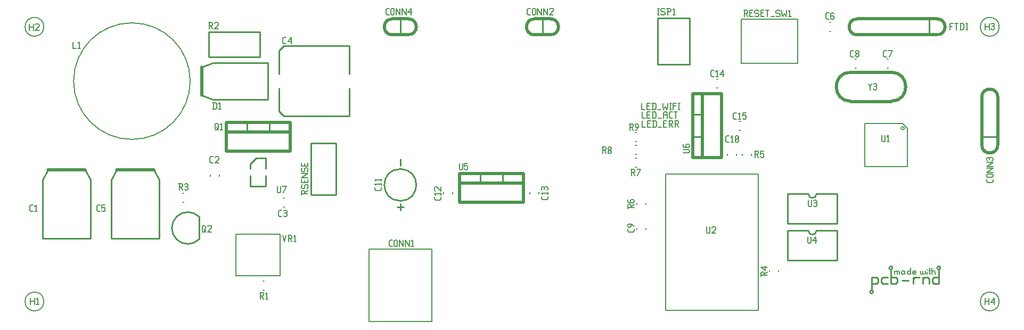
<source format=gbr>
G04 start of page 13 for group 1 layer_idx 9 *
G04 Title: (unknown), top_silk *
G04 Creator: pcb-rnd 1.2.7 *
G04 CreationDate: 2018-01-15 00:32:24 UTC *
G04 For: newell *
G04 Format: Gerber/RS-274X *
G04 PCB-Dimensions: 625000 200000 *
G04 PCB-Coordinate-Origin: lower left *
%MOIN*%
%FSLAX25Y25*%
%LNTOPSILK*%
%ADD224C,0.0059*%
%ADD223C,0.0200*%
%ADD222C,0.0061*%
%ADD221C,0.0079*%
%ADD220C,0.0080*%
%ADD219C,0.0100*%
G54D219*X557062Y27030D02*X561062D01*
X564062Y29030D02*Y25030D01*
Y28030D02*X565062Y29030D01*
X568062D01*
X545062D02*X548062D01*
X553062D02*X550062D01*
X545062Y25030D02*X548062D01*
X550062D02*X553062D01*
X550062Y34030D02*Y25030D01*
X554062Y26030D02*Y28030D01*
X553062Y29030D02*X554062Y28030D01*
Y26030D02*X553062Y25030D01*
X538062Y29030D02*X541062D01*
Y25030D02*X538062D01*
X542062Y28030D02*Y26030D01*
X538062Y29030D02*Y21030D01*
X541062Y29030D02*X542062Y28030D01*
X541062Y25030D02*X542062Y26030D01*
X544062Y28030D02*Y26030D01*
Y28030D02*X545062Y29030D01*
X544062Y26030D02*X545062Y25030D01*
X570062Y29030D02*Y25030D01*
Y28030D02*X571062Y29030D01*
X573062D01*
X574062Y28030D02*X573062Y29030D01*
X574062Y28030D02*Y25030D01*
X576062Y28030D02*Y26030D01*
X577062Y25030D02*X580062D01*
X576062Y26030D02*X577062Y25030D01*
X580062D02*Y34030D01*
Y29030D02*X577062D01*
X576062Y28030D02*X577062Y29030D01*
X537062Y20030D02*G75*G03X539062Y20030I1000J0D01*G01*
G75*G03X537062Y20030I-1000J0D01*G01*
X549062Y35030D02*G75*G03X551062Y35030I1000J0D01*G01*
G75*G03X549062Y35030I-1000J0D01*G01*
X579062D02*G75*G03X581062Y35030I1000J0D01*G01*
G75*G03X579062Y35030I-1000J0D01*G01*
G54D220*X552562Y32530D02*Y31030D01*
Y32530D02*X553062Y33030D01*
X553562D01*
X554062Y32530D01*
Y31030D01*
Y32530D02*X554562Y33030D01*
X555062D01*
X555562Y32530D01*
Y31030D01*
X552062Y33030D02*X552562Y32530D01*
X558262Y33030D02*X558762Y32530D01*
X557262Y33030D02*X558262D01*
X556762Y32530D02*X557262Y33030D01*
X556762Y32530D02*Y31530D01*
X557262Y31030D01*
X558762Y33030D02*Y31530D01*
X559262Y31030D01*
X557262D02*X558262D01*
X558762Y31530D01*
X562462Y35030D02*Y31030D01*
X561962D02*X562462Y31530D01*
X560962Y31030D02*X561962D01*
X560462Y31530D02*X560962Y31030D01*
X560462Y32530D02*Y31530D01*
Y32530D02*X560962Y33030D01*
X561962D01*
X562462Y32530D01*
X564162Y31030D02*X565662D01*
X563662Y31530D02*X564162Y31030D01*
X563662Y32530D02*Y31530D01*
Y32530D02*X564162Y33030D01*
X565162D01*
X565662Y32530D01*
X563662Y32030D02*X565662D01*
Y32530D02*Y32030D01*
X568662Y33030D02*Y31530D01*
X569162Y31030D01*
X569662D01*
X570162Y31530D01*
Y33030D02*Y31530D01*
X570662Y31030D01*
X571162D01*
X571662Y31530D01*
Y33030D02*Y31530D01*
X572862Y34030D02*Y33930D01*
Y32530D02*Y31030D01*
X574362Y35030D02*Y31530D01*
X574862Y31030D01*
X573862Y33530D02*X574862D01*
X575862Y35030D02*Y31030D01*
Y32530D02*X576362Y33030D01*
X577362D01*
X577862Y32530D01*
Y31030D01*
G54D219*X485434Y58326D02*Y39674D01*
X516566D01*
Y58326D01*
X485434D02*X498500D01*
X516566D02*X503500D01*
X498500D02*G75*G03X503500Y58326I2500J0D01*G01*
G54D221*X606094Y14000D02*G75*G03X617906Y14000I5906J0D01*G01*
G75*G03X606094Y14000I-5906J0D01*G01*
G54D219*X485434Y81326D02*Y62674D01*
X516566D01*
Y81326D01*
X485434D02*X498500D01*
X516566D02*X503500D01*
X498500D02*G75*G03X503500Y81326I2500J0D01*G01*
X117000Y67000D02*Y53000D01*
X117071Y67071D02*G75*G03X102929Y52929I-7071J-7071D01*G01*
X102929Y52929D02*G75*G03X117071Y52929I7071J7071D01*G01*
G54D220*X169607Y73245D02*X170393D01*
X169607Y78755D02*X170393D01*
X157107Y21245D02*X157893D01*
X157107Y26755D02*X157893D01*
G54D222*X140220Y55992D02*X167780D01*
X140220Y30008D02*X167780D01*
X140220Y55992D02*Y30008D01*
X167780Y55992D02*Y30008D01*
G54D223*X134000Y126000D02*X174000D01*
Y108000D01*
X134000D01*
Y126000D01*
X174000D01*
Y120000D01*
X134000D01*
Y126000D01*
G54D219*X147000D02*Y120000D01*
X161000Y126000D02*Y120000D01*
G54D223*X118900Y160900D02*Y143100D01*
G54D219*X125900Y140600D01*
X160100D01*
Y163400D02*Y140600D01*
X125900Y163400D02*X160100D01*
X125900D02*X118900Y160900D01*
X187201Y80934D02*X202799D01*
X187201Y113066D02*Y80934D01*
Y113066D02*X202799D01*
Y80934D01*
G54D220*X124245Y93393D02*Y92607D01*
X129755Y93393D02*Y92607D01*
G54D219*X149100Y97200D02*Y100100D01*
X152700Y103700D01*
X158900D01*
Y97200D01*
X149100Y92800D02*Y86300D01*
X158900D01*
Y92800D01*
X210969Y173969D02*Y156465D01*
X170031Y173969D02*X210969D01*
X170031D02*X167031Y170969D01*
Y156465D01*
X210969Y147535D02*Y130031D01*
X170031D02*X210969D01*
X170031D02*X167031Y133031D01*
Y147535D02*Y133031D01*
X122934Y167201D02*Y182799D01*
X155066D01*
Y167201D01*
X122934D01*
G54D222*X223315Y46638D02*Y1362D01*
X262685Y46638D02*Y1362D01*
X223315D02*X262685D01*
X223315Y46638D02*X262685D01*
G54D219*X404000Y191500D02*X424000D01*
Y162500D01*
X404000D02*X424000D01*
X404000Y191500D02*Y162500D01*
G54D220*X390107Y119755D02*X390893D01*
X390107Y114245D02*X390893D01*
X390150Y111755D02*X390936D01*
X390150Y106245D02*X390936D01*
X390150Y103755D02*X390936D01*
X390150Y98245D02*X390936D01*
G54D223*X280000Y94000D02*X320000D01*
Y76000D01*
X280000D01*
Y94000D01*
X320000D01*
Y88000D01*
X280000D01*
Y94000D01*
G54D219*X293000D02*Y88000D01*
X307000Y94000D02*Y88000D01*
G54D220*X324245Y82393D02*Y81607D01*
X329755Y82393D02*Y81607D01*
G54D223*X327000Y181000D02*X337000D01*
X327000Y191000D02*X337000D01*
G54D219*X332000D02*Y181000D01*
G54D223*X327000Y191000D02*G75*G03X327000Y181000I0J-5000D01*G01*
X337000D02*G75*G03X337000Y191000I0J5000D01*G01*
X238000Y181000D02*X248000D01*
X238000Y191000D02*X248000D01*
G54D219*X243000D02*Y181000D01*
G54D223*X238000Y191000D02*G75*G03X238000Y181000I0J-5000D01*G01*
X248000D02*G75*G03X248000Y191000I0J5000D01*G01*
G54D219*X243000Y75000D02*Y71000D01*
X241000Y73000D02*X245000D01*
X243000Y103000D02*Y99000D01*
Y77000D02*G75*G03X243000Y97000I0J10000D01*G01*
G75*G03X243000Y77000I0J-10000D01*G01*
G54D220*X270245Y82393D02*Y81607D01*
X275755Y82393D02*Y81607D01*
G54D221*X8094Y14000D02*G75*G03X19906Y14000I5906J0D01*G01*
G75*G03X8094Y14000I-5906J0D01*G01*
Y186000D02*G75*G03X19906Y186000I5906J0D01*G01*
G75*G03X8094Y186000I-5906J0D01*G01*
G54D224*X38504Y152000D02*G75*G03X111496Y152000I36496J0D01*G01*
Y152000D02*G75*G03X38504Y152000I-36496J0D01*G01*
G54D223*X65300Y96400D02*X88700D01*
G54D219*X65300D02*X62000Y90300D01*
Y53600D01*
X92000D01*
Y90300D02*Y53600D01*
Y90300D02*X88700Y96400D01*
G54D223*X22300D02*X45700D01*
G54D219*X22300D02*X19000Y90300D01*
Y53600D01*
X49000D01*
Y90300D02*Y53600D01*
Y90300D02*X45700Y96400D01*
G54D220*X106607Y76245D02*X107393D01*
X106607Y81755D02*X107393D01*
G54D222*X409225Y93882D02*X467217D01*
X409225Y8370D02*X467217D01*
X409225Y93882D02*Y8370D01*
X467217Y93882D02*Y8370D01*
G54D220*X474245Y33436D02*Y32650D01*
X479755Y33436D02*Y32650D01*
X391245Y59850D02*Y59064D01*
X396755Y59850D02*Y59064D01*
X453298Y106393D02*Y105607D01*
X447788Y106393D02*Y105607D01*
X391245Y75436D02*Y74650D01*
X396755Y75436D02*Y74650D01*
G54D223*X426000Y144300D02*Y104300D01*
Y144300D02*X444000D01*
Y104300D01*
X426000D02*X444000D01*
X426000Y144300D02*Y104300D01*
Y144300D02*X432000D01*
Y104300D01*
X426000D02*X432000D01*
G54D219*X426000Y117300D02*X432000D01*
X426000Y131300D02*X432000D01*
G54D220*X455150Y121245D02*X455936D01*
X455150Y126755D02*X455936D01*
G54D222*X456283Y190780D02*Y163220D01*
X491717Y190780D02*Y163220D01*
X456283D02*X491717D01*
X456283Y190780D02*X491717D01*
G54D220*X441107Y147745D02*X441893D01*
X441107Y153255D02*X441893D01*
G54D223*X529000Y191000D02*X579000D01*
X529000Y181000D02*X579000D01*
G54D219*X574000Y191000D02*Y181000D01*
G54D223*X579000D02*G75*G03X579000Y191000I0J5000D01*G01*
X529000D02*G75*G03X529000Y181000I0J-5000D01*G01*
G54D221*X606094Y186000D02*G75*G03X617906Y186000I5906J0D01*G01*
G75*G03X606094Y186000I-5906J0D01*G01*
G54D220*X511607Y188755D02*X512393D01*
X511607Y183245D02*X512393D01*
X527607Y165755D02*X528393D01*
X527607Y160245D02*X528393D01*
X547607D02*X548393D01*
X547607Y165755D02*X548393D01*
X457245Y106393D02*Y105607D01*
X462755Y106393D02*Y105607D01*
X560379Y122479D02*Y98621D01*
X533621D02*X560379D01*
X533621Y125379D02*Y98621D01*
Y125379D02*X557479D01*
X560379Y122479D01*
X557479Y123479D02*G75*G03X557479Y121479I0J-1000D01*G01*
G75*G03X557479Y123479I0J1000D01*G01*
G54D223*X617000Y142000D02*Y112000D01*
X607000Y142000D02*Y112000D01*
G54D219*Y117000D02*X617000D01*
G54D223*X607000Y112000D02*G75*G03X617000Y112000I5000J0D01*G01*
Y142000D02*G75*G03X607000Y142000I-5000J0D01*G01*
X525000Y157600D02*X550300D01*
Y139300D02*X525000D01*
X550300Y139400D02*G75*G03X550300Y157600I0J9100D01*G01*
X525000D02*G75*G03X525000Y139400I0J-9100D01*G01*
G54D220*X498000Y54500D02*Y51000D01*
X498500Y50500D01*
X499500D01*
X500000Y51000D01*
Y54500D02*Y51000D01*
X501200Y52000D02*X503200Y54500D01*
X501200Y52000D02*X503700D01*
X503200Y54500D02*Y50500D01*
X434874Y60658D02*Y57158D01*
X435374Y56658D01*
X436374D01*
X436874Y57158D01*
Y60658D02*Y57158D01*
X438074Y60158D02*X438574Y60658D01*
X440074D01*
X440574Y60158D01*
Y59158D01*
X438074Y56658D02*X440574Y59158D01*
X438074Y56658D02*X440574D01*
X464764Y108150D02*X466764D01*
X467264Y107650D01*
Y106650D01*
X466764Y106150D02*X467264Y106650D01*
X465264Y106150D02*X466764D01*
X465264Y108150D02*Y104150D01*
X466064Y106150D02*X467264Y104150D01*
X468464Y108150D02*X470464D01*
X468464D02*Y106150D01*
X468964Y106650D01*
X469964D01*
X470464Y106150D01*
Y104650D01*
X469964Y104150D02*X470464Y104650D01*
X468964Y104150D02*X469964D01*
X468464Y104650D02*X468964Y104150D01*
X468850Y31893D02*Y29893D01*
Y31893D02*X469350Y32393D01*
X470350D01*
X470850Y31893D02*X470350Y32393D01*
X470850Y31893D02*Y30393D01*
X468850D02*X472850D01*
X470850Y31193D02*X472850Y32393D01*
X471350Y33593D02*X468850Y35593D01*
X471350Y36093D02*Y33593D01*
X468850Y35593D02*X472850D01*
X447464Y113693D02*X448764D01*
X446764Y114393D02*X447464Y113693D01*
X446764Y116993D02*Y114393D01*
Y116993D02*X447464Y117693D01*
X448764D01*
X449964Y116893D02*X450764Y117693D01*
Y113693D01*
X449964D02*X451464D01*
X452664Y114193D02*X453164Y113693D01*
X452664Y117193D02*Y114193D01*
Y117193D02*X453164Y117693D01*
X454164D01*
X454664Y117193D01*
Y114193D01*
X454164Y113693D02*X454664Y114193D01*
X453164Y113693D02*X454164D01*
X452664Y114693D02*X454664Y116693D01*
X498500Y77500D02*Y74000D01*
X499000Y73500D01*
X500000D01*
X500500Y74000D01*
Y77500D02*Y74000D01*
X501700Y77000D02*X502200Y77500D01*
X503200D01*
X503700Y77000D01*
X503200Y73500D02*X503700Y74000D01*
X502200Y73500D02*X503200D01*
X501700Y74000D02*X502200Y73500D01*
Y75700D02*X503200D01*
X503700Y77000D02*Y76200D01*
Y75200D02*Y74000D01*
Y75200D02*X503200Y75700D01*
X503700Y76200D02*X503200Y75700D01*
X587000Y188000D02*Y184000D01*
Y188000D02*X589000D01*
X587000Y186200D02*X588500D01*
X590200Y188000D02*X592200D01*
X591200D02*Y184000D01*
X593900Y188000D02*Y184000D01*
X595200Y188000D02*X595900Y187300D01*
Y184700D01*
X595200Y184000D02*X595900Y184700D01*
X593400Y184000D02*X595200D01*
X593400Y188000D02*X595200D01*
X597100D02*X598100D01*
X597600D02*Y184000D01*
X597100D02*X598100D01*
X608946Y16054D02*Y12054D01*
X611446Y16054D02*Y12054D01*
X608946Y14054D02*X611446D01*
X612646Y13554D02*X614646Y16054D01*
X612646Y13554D02*X615146D01*
X614646Y16054D02*Y12054D01*
X614000Y90500D02*Y89200D01*
X613300Y88500D02*X614000Y89200D01*
X610700Y88500D02*X613300D01*
X610700D02*X610000Y89200D01*
Y90500D02*Y89200D01*
X610500Y91700D02*X613500D01*
X610500D02*X610000Y92200D01*
Y93200D02*Y92200D01*
Y93200D02*X610500Y93700D01*
X613500D01*
X614000Y93200D02*X613500Y93700D01*
X614000Y93200D02*Y92200D01*
X613500Y91700D02*X614000Y92200D01*
X610000Y94900D02*X614000D01*
X610000D02*X614000Y97400D01*
X610000D02*X614000D01*
X610000Y98600D02*X614000D01*
X610000D02*X614000Y101100D01*
X610000D02*X614000D01*
X610500Y102300D02*X610000Y102800D01*
Y103800D02*Y102800D01*
Y103800D02*X610500Y104300D01*
X614000Y103800D02*X613500Y104300D01*
X614000Y103800D02*Y102800D01*
X613500Y102300D02*X614000Y102800D01*
X611800Y103800D02*Y102800D01*
X610500Y104300D02*X611300D01*
X612300D02*X613500D01*
X612300D02*X611800Y103800D01*
X611300Y104300D02*X611800Y103800D01*
X609189Y188189D02*Y184189D01*
X611689Y188189D02*Y184189D01*
X609189Y186189D02*X611689D01*
X612889Y187689D02*X613389Y188189D01*
X614389D01*
X614889Y187689D01*
X614389Y184189D02*X614889Y184689D01*
X613389Y184189D02*X614389D01*
X612889Y184689D02*X613389Y184189D01*
Y186389D02*X614389D01*
X614889Y187689D02*Y186889D01*
Y185889D02*Y184689D01*
Y185889D02*X614389Y186389D01*
X614889Y186889D02*X614389Y186389D01*
X452136Y128150D02*X453436D01*
X451436Y128850D02*X452136Y128150D01*
X451436Y131450D02*Y128850D01*
Y131450D02*X452136Y132150D01*
X453436D01*
X454636Y131350D02*X455436Y132150D01*
Y128150D01*
X454636D02*X456136D01*
X457336Y132150D02*X459336D01*
X457336D02*Y130150D01*
X457836Y130650D01*
X458836D01*
X459336Y130150D01*
Y128650D01*
X458836Y128150D02*X459336Y128650D01*
X457836Y128150D02*X458836D01*
X457336Y128650D02*X457836Y128150D01*
X438007Y154650D02*X439307D01*
X437307Y155350D02*X438007Y154650D01*
X437307Y157950D02*Y155350D01*
Y157950D02*X438007Y158650D01*
X439307D01*
X440507Y157850D02*X441307Y158650D01*
Y154650D01*
X440507D02*X442007D01*
X443207Y156150D02*X445207Y158650D01*
X443207Y156150D02*X445707D01*
X445207Y158650D02*Y154650D01*
X458000Y196437D02*X460000D01*
X460500Y195937D01*
Y194937D01*
X460000Y194437D02*X460500Y194937D01*
X458500Y194437D02*X460000D01*
X458500Y196437D02*Y192437D01*
X459300Y194437D02*X460500Y192437D01*
X461700Y194637D02*X463200D01*
X461700Y192437D02*X463700D01*
X461700Y196437D02*Y192437D01*
Y196437D02*X463700D01*
X466900D02*X467400Y195937D01*
X465400Y196437D02*X466900D01*
X464900Y195937D02*X465400Y196437D01*
X464900Y195937D02*Y194937D01*
X465400Y194437D01*
X466900D01*
X467400Y193937D01*
Y192937D01*
X466900Y192437D02*X467400Y192937D01*
X465400Y192437D02*X466900D01*
X464900Y192937D02*X465400Y192437D01*
X468600Y194637D02*X470100D01*
X468600Y192437D02*X470600D01*
X468600Y196437D02*Y192437D01*
Y196437D02*X470600D01*
X471800D02*X473800D01*
X472800D02*Y192437D01*
X475000D02*X477000D01*
X480200Y196437D02*X480700Y195937D01*
X478700Y196437D02*X480200D01*
X478200Y195937D02*X478700Y196437D01*
X478200Y195937D02*Y194937D01*
X478700Y194437D01*
X480200D01*
X480700Y193937D01*
Y192937D01*
X480200Y192437D02*X480700Y192937D01*
X478700Y192437D02*X480200D01*
X478200Y192937D02*X478700Y192437D01*
X481900Y196437D02*Y194437D01*
X482400Y192437D01*
X483400Y194437D01*
X484400Y192437D01*
X484900Y194437D01*
Y196437D02*Y194437D01*
X486100Y195637D02*X486900Y196437D01*
Y192437D01*
X486100D02*X487600D01*
X510093Y190650D02*X511393D01*
X509393Y191350D02*X510093Y190650D01*
X509393Y193950D02*Y191350D01*
Y193950D02*X510093Y194650D01*
X511393D01*
X514093D02*X514593Y194150D01*
X513093Y194650D02*X514093D01*
X512593Y194150D02*X513093Y194650D01*
X512593Y194150D02*Y191150D01*
X513093Y190650D01*
X514093Y192850D02*X514593Y192350D01*
X512593Y192850D02*X514093D01*
X513093Y190650D02*X514093D01*
X514593Y191150D01*
Y192350D02*Y191150D01*
X525550Y167236D02*X526850D01*
X524850Y167936D02*X525550Y167236D01*
X524850Y170536D02*Y167936D01*
Y170536D02*X525550Y171236D01*
X526850D01*
X528050Y167736D02*X528550Y167236D01*
X528050Y168536D02*Y167736D01*
Y168536D02*X528750Y169236D01*
X529350D01*
X530050Y168536D01*
Y167736D01*
X529550Y167236D02*X530050Y167736D01*
X528550Y167236D02*X529550D01*
X528050Y169936D02*X528750Y169236D01*
X528050Y170736D02*Y169936D01*
Y170736D02*X528550Y171236D01*
X529550D01*
X530050Y170736D01*
Y169936D01*
X529350Y169236D02*X530050Y169936D01*
X546093Y167150D02*X547393D01*
X545393Y167850D02*X546093Y167150D01*
X545393Y170450D02*Y167850D01*
Y170450D02*X546093Y171150D01*
X547393D01*
X549093Y167150D02*X551093Y171150D01*
X548593D02*X551093D01*
X544500Y118000D02*Y114500D01*
X545000Y114000D01*
X546000D01*
X546500Y114500D01*
Y118000D02*Y114500D01*
X547700Y117200D02*X548500Y118000D01*
Y114000D01*
X547700D02*X549200D01*
X536000Y150500D02*X537000Y148500D01*
X538000Y150500D01*
X537000Y148500D02*Y146500D01*
X539200Y150000D02*X539700Y150500D01*
X540700D01*
X541200Y150000D01*
X540700Y146500D02*X541200Y147000D01*
X539700Y146500D02*X540700D01*
X539200Y147000D02*X539700Y146500D01*
Y148700D02*X540700D01*
X541200Y150000D02*Y149200D01*
Y148200D02*Y147000D01*
Y148200D02*X540700Y148700D01*
X541200Y149200D02*X540700Y148700D01*
X119086Y61000D02*Y58000D01*
Y61000D02*X119586Y61500D01*
X120586D01*
X121086Y61000D01*
Y58500D01*
X120086Y57500D02*X121086Y58500D01*
X119586Y57500D02*X120086D01*
X119086Y58000D02*X119586Y57500D01*
X120086Y59000D02*X121086Y57500D01*
X122286Y61000D02*X122786Y61500D01*
X124286D01*
X124786Y61000D01*
Y60000D01*
X122286Y57500D02*X124786Y60000D01*
X122286Y57500D02*X124786D01*
X11556Y16222D02*Y12222D01*
X14056Y16222D02*Y12222D01*
X11556Y14222D02*X14056D01*
X15256Y15422D02*X16056Y16222D01*
Y12222D01*
X15256D02*X16756D01*
X154936Y19607D02*X156936D01*
X157436Y19107D01*
Y18107D01*
X156936Y17607D02*X157436Y18107D01*
X155436Y17607D02*X156936D01*
X155436Y19607D02*Y15607D01*
X156236Y17607D02*X157436Y15607D01*
X158636Y18807D02*X159436Y19607D01*
Y15607D01*
X158636D02*X160136D01*
X127000Y125000D02*Y122000D01*
Y125000D02*X127500Y125500D01*
X128500D01*
X129000Y125000D01*
Y122500D01*
X128000Y121500D02*X129000Y122500D01*
X127500Y121500D02*X128000D01*
X127000Y122000D02*X127500Y121500D01*
X128000Y123000D02*X129000Y121500D01*
X130200Y124700D02*X131000Y125500D01*
Y121500D01*
X130200D02*X131700D01*
X126000Y138600D02*Y134600D01*
X127300Y138600D02*X128000Y137900D01*
Y135300D01*
X127300Y134600D02*X128000Y135300D01*
X125500Y134600D02*X127300D01*
X125500Y138600D02*X127300D01*
X129200Y137800D02*X130000Y138600D01*
Y134600D01*
X129200D02*X130700D01*
X181233Y82934D02*Y80934D01*
Y82934D02*X181733Y83434D01*
X182733D01*
X183233Y82934D02*X182733Y83434D01*
X183233Y82934D02*Y81434D01*
X181233D02*X185233D01*
X183233Y82234D02*X185233Y83434D01*
X181233Y86634D02*X181733Y87134D01*
X181233Y86634D02*Y85134D01*
X181733Y84634D02*X181233Y85134D01*
X181733Y84634D02*X182733D01*
X183233Y85134D01*
Y86634D02*Y85134D01*
Y86634D02*X183733Y87134D01*
X184733D01*
X185233Y86634D02*X184733Y87134D01*
X185233Y86634D02*Y85134D01*
X184733Y84634D02*X185233Y85134D01*
X183033Y89834D02*Y88334D01*
X185233Y90334D02*Y88334D01*
X181233D02*X185233D01*
X181233Y90334D02*Y88334D01*
Y91534D02*X185233D01*
X181233D02*X185233Y94034D01*
X181233D02*X185233D01*
X181233Y97234D02*X181733Y97734D01*
X181233Y97234D02*Y95734D01*
X181733Y95234D02*X181233Y95734D01*
X181733Y95234D02*X182733D01*
X183233Y95734D01*
Y97234D02*Y95734D01*
Y97234D02*X183733Y97734D01*
X184733D01*
X185233Y97234D02*X184733Y97734D01*
X185233Y97234D02*Y95734D01*
X184733Y95234D02*X185233Y95734D01*
X183033Y100434D02*Y98934D01*
X185233Y100934D02*Y98934D01*
X181233D02*X185233D01*
X181233Y100934D02*Y98934D01*
X124464Y100650D02*X125764D01*
X123764Y101350D02*X124464Y100650D01*
X123764Y103950D02*Y101350D01*
Y103950D02*X124464Y104650D01*
X125764D01*
X126964Y104150D02*X127464Y104650D01*
X128964D01*
X129464Y104150D01*
Y103150D01*
X126964Y100650D02*X129464Y103150D01*
X126964Y100650D02*X129464D01*
X166000Y86000D02*Y82500D01*
X166500Y82000D01*
X167500D01*
X168000Y82500D01*
Y86000D02*Y82500D01*
X169700Y82000D02*X171700Y86000D01*
X169200D02*X171700D01*
X53700Y70400D02*X55000D01*
X53000Y71100D02*X53700Y70400D01*
X53000Y73700D02*Y71100D01*
Y73700D02*X53700Y74400D01*
X55000D01*
X56200D02*X58200D01*
X56200D02*Y72400D01*
X56700Y72900D01*
X57700D01*
X58200Y72400D01*
Y70900D01*
X57700Y70400D02*X58200Y70900D01*
X56700Y70400D02*X57700D01*
X56200Y70900D02*X56700Y70400D01*
X104264Y87650D02*X106264D01*
X106764Y87150D01*
Y86150D01*
X106264Y85650D02*X106764Y86150D01*
X104764Y85650D02*X106264D01*
X104764Y87650D02*Y83650D01*
X105564Y85650D02*X106764Y83650D01*
X107964Y87150D02*X108464Y87650D01*
X109464D01*
X109964Y87150D01*
X109464Y83650D02*X109964Y84150D01*
X108464Y83650D02*X109464D01*
X107964Y84150D02*X108464Y83650D01*
Y85850D02*X109464D01*
X109964Y87150D02*Y86350D01*
Y85350D02*Y84150D01*
Y85350D02*X109464Y85850D01*
X109964Y86350D02*X109464Y85850D01*
X389350Y59307D02*Y58007D01*
X388650Y57307D02*X389350Y58007D01*
X386050Y57307D02*X388650D01*
X386050D02*X385350Y58007D01*
Y59307D02*Y58007D01*
X389350Y61007D02*X387350Y62507D01*
X385850D02*X387350D01*
X385350Y62007D02*X385850Y62507D01*
X385350Y62007D02*Y61007D01*
X385850Y60507D02*X385350Y61007D01*
X385850Y60507D02*X386850D01*
X387350Y61007D01*
Y62507D02*Y61007D01*
X167464Y67150D02*X168764D01*
X166764Y67850D02*X167464Y67150D01*
X166764Y70450D02*Y67850D01*
Y70450D02*X167464Y71150D01*
X168764D01*
X169964Y70650D02*X170464Y71150D01*
X171464D01*
X171964Y70650D01*
X171464Y67150D02*X171964Y67650D01*
X170464Y67150D02*X171464D01*
X169964Y67650D02*X170464Y67150D01*
Y69350D02*X171464D01*
X171964Y70650D02*Y69850D01*
Y68850D02*Y67650D01*
Y68850D02*X171464Y69350D01*
X171964Y69850D02*X171464Y69350D01*
X169500Y55437D02*X170500Y51437D01*
X171500Y55437D01*
X172700D02*X174700D01*
X175200Y54937D01*
Y53937D01*
X174700Y53437D02*X175200Y53937D01*
X173200Y53437D02*X174700D01*
X173200Y55437D02*Y51437D01*
X174000Y53437D02*X175200Y51437D01*
X176400Y54637D02*X177200Y55437D01*
Y51437D01*
X176400D02*X177900D01*
X11700Y70400D02*X13000D01*
X11000Y71100D02*X11700Y70400D01*
X11000Y73700D02*Y71100D01*
Y73700D02*X11700Y74400D01*
X13000D01*
X14200Y73600D02*X15000Y74400D01*
Y70400D01*
X14200D02*X15700D01*
X236700Y48437D02*X238000D01*
X236000Y49137D02*X236700Y48437D01*
X236000Y51737D02*Y49137D01*
Y51737D02*X236700Y52437D01*
X238000D01*
X239200Y51937D02*Y48937D01*
Y51937D02*X239700Y52437D01*
X240700D01*
X241200Y51937D01*
Y48937D01*
X240700Y48437D02*X241200Y48937D01*
X239700Y48437D02*X240700D01*
X239200Y48937D02*X239700Y48437D01*
X242400Y52437D02*Y48437D01*
Y52437D02*X244900Y48437D01*
Y52437D02*Y48437D01*
X246100Y52437D02*Y48437D01*
Y52437D02*X248600Y48437D01*
Y52437D02*Y48437D01*
X249800Y51637D02*X250600Y52437D01*
Y48437D01*
X249800D02*X251300D01*
X369350Y110650D02*X371350D01*
X371850Y110150D01*
Y109150D01*
X371350Y108650D02*X371850Y109150D01*
X369850Y108650D02*X371350D01*
X369850Y110650D02*Y106650D01*
X370650Y108650D02*X371850Y106650D01*
X373050Y107150D02*X373550Y106650D01*
X373050Y107950D02*Y107150D01*
Y107950D02*X373750Y108650D01*
X374350D01*
X375050Y107950D01*
Y107150D01*
X374550Y106650D02*X375050Y107150D01*
X373550Y106650D02*X374550D01*
X373050Y109350D02*X373750Y108650D01*
X373050Y110150D02*Y109350D01*
Y110150D02*X373550Y110650D01*
X374550D01*
X375050Y110150D01*
Y109350D01*
X374350Y108650D02*X375050Y109350D01*
X387393Y96650D02*X389393D01*
X389893Y96150D01*
Y95150D01*
X389393Y94650D02*X389893Y95150D01*
X387893Y94650D02*X389393D01*
X387893Y96650D02*Y92650D01*
X388693Y94650D02*X389893Y92650D01*
X391593D02*X393593Y96650D01*
X391093D02*X393593D01*
X385350Y74221D02*Y72221D01*
Y74221D02*X385850Y74721D01*
X386850D01*
X387350Y74221D02*X386850Y74721D01*
X387350Y74221D02*Y72721D01*
X385350D02*X389350D01*
X387350Y73521D02*X389350Y74721D01*
X385350Y77421D02*X385850Y77921D01*
X385350Y77421D02*Y76421D01*
X385850Y75921D02*X385350Y76421D01*
X385850Y75921D02*X388850D01*
X389350Y76421D01*
X387150Y77421D02*X387650Y77921D01*
X387150Y77421D02*Y75921D01*
X389350Y77421D02*Y76421D01*
Y77421D02*X388850Y77921D01*
X387650D02*X388850D01*
X280000Y100500D02*Y97000D01*
X280500Y96500D01*
X281500D01*
X282000Y97000D01*
Y100500D02*Y97000D01*
X283200Y100500D02*X285200D01*
X283200D02*Y98500D01*
X283700Y99000D01*
X284700D01*
X285200Y98500D01*
Y97000D01*
X284700Y96500D02*X285200Y97000D01*
X283700Y96500D02*X284700D01*
X283200Y97000D02*X283700Y96500D01*
X335350Y79893D02*Y78593D01*
X334650Y77893D02*X335350Y78593D01*
X332050Y77893D02*X334650D01*
X332050D02*X331350Y78593D01*
Y79893D02*Y78593D01*
X332150Y81093D02*X331350Y81893D01*
X335350D01*
Y82593D02*Y81093D01*
X331850Y83793D02*X331350Y84293D01*
Y85293D02*Y84293D01*
Y85293D02*X331850Y85793D01*
X335350Y85293D02*X334850Y85793D01*
X335350Y85293D02*Y84293D01*
X334850Y83793D02*X335350Y84293D01*
X333150Y85293D02*Y84293D01*
X331850Y85793D02*X332650D01*
X333650D02*X334850D01*
X333650D02*X333150Y85293D01*
X332650Y85793D02*X333150Y85293D01*
X386350Y125150D02*X388350D01*
X388850Y124650D01*
Y123650D01*
X388350Y123150D02*X388850Y123650D01*
X386850Y123150D02*X388350D01*
X386850Y125150D02*Y121150D01*
X387650Y123150D02*X388850Y121150D01*
X390550D02*X392050Y123150D01*
Y124650D02*Y123150D01*
X391550Y125150D02*X392050Y124650D01*
X390550Y125150D02*X391550D01*
X390050Y124650D02*X390550Y125150D01*
X390050Y124650D02*Y123650D01*
X390550Y123150D01*
X392050D01*
X394113Y138268D02*Y134268D01*
X396113D01*
X397313Y136468D02*X398813D01*
X397313Y134268D02*X399313D01*
X397313Y138268D02*Y134268D01*
Y138268D02*X399313D01*
X401013D02*Y134268D01*
X402313Y138268D02*X403013Y137568D01*
Y134968D01*
X402313Y134268D02*X403013Y134968D01*
X400513Y134268D02*X402313D01*
X400513Y138268D02*X402313D01*
X404213Y134268D02*X406213D01*
X407413Y138268D02*Y136268D01*
X407913Y134268D01*
X408913Y136268D01*
X409913Y134268D01*
X410413Y136268D01*
Y138268D02*Y136268D01*
X411613Y138268D02*X412613D01*
X412113D02*Y134268D01*
X411613D02*X412613D01*
X413813Y138268D02*Y134268D01*
Y138268D02*X415813D01*
X413813Y136468D02*X415313D01*
X417013Y138268D02*X418013D01*
X417513D02*Y134268D01*
X417013D02*X418013D01*
X394350Y132650D02*Y128650D01*
X396350D01*
X397550Y130850D02*X399050D01*
X397550Y128650D02*X399550D01*
X397550Y132650D02*Y128650D01*
Y132650D02*X399550D01*
X401250D02*Y128650D01*
X402550Y132650D02*X403250Y131950D01*
Y129350D01*
X402550Y128650D02*X403250Y129350D01*
X400750Y128650D02*X402550D01*
X400750Y132650D02*X402550D01*
X404450Y128650D02*X406450D01*
X407650Y131650D02*Y128650D01*
Y131650D02*X408350Y132650D01*
X409450D01*
X410150Y131650D01*
Y128650D01*
X407650Y130650D02*X410150D01*
X412050Y128650D02*X413350D01*
X411350Y129350D02*X412050Y128650D01*
X411350Y131950D02*Y129350D01*
Y131950D02*X412050Y132650D01*
X413350D01*
X414550D02*X416550D01*
X415550D02*Y128650D01*
X394436Y127150D02*Y123150D01*
X396436D01*
X397636Y125350D02*X399136D01*
X397636Y123150D02*X399636D01*
X397636Y127150D02*Y123150D01*
Y127150D02*X399636D01*
X401336D02*Y123150D01*
X402636Y127150D02*X403336Y126450D01*
Y123850D01*
X402636Y123150D02*X403336Y123850D01*
X400836Y123150D02*X402636D01*
X400836Y127150D02*X402636D01*
X404536Y123150D02*X406536D01*
X407736Y125350D02*X409236D01*
X407736Y123150D02*X409736D01*
X407736Y127150D02*Y123150D01*
Y127150D02*X409736D01*
X410936D02*X412936D01*
X413436Y126650D01*
Y125650D01*
X412936Y125150D02*X413436Y125650D01*
X411436Y125150D02*X412936D01*
X411436Y127150D02*Y123150D01*
X412236Y125150D02*X413436Y123150D01*
X414636Y127150D02*X416636D01*
X417136Y126650D01*
Y125650D01*
X416636Y125150D02*X417136Y125650D01*
X415136Y125150D02*X416636D01*
X415136Y127150D02*Y123150D01*
X415936Y125150D02*X417136Y123150D01*
X420000Y107300D02*X423500D01*
X424000Y107800D01*
Y108800D02*Y107800D01*
Y108800D02*X423500Y109300D01*
X420000D02*X423500D01*
X420000Y112000D02*X420500Y112500D01*
X420000Y112000D02*Y111000D01*
X420500Y110500D02*X420000Y111000D01*
X420500Y110500D02*X423500D01*
X424000Y111000D01*
X421800Y112000D02*X422300Y112500D01*
X421800Y112000D02*Y110500D01*
X424000Y112000D02*Y111000D01*
Y112000D02*X423500Y112500D01*
X422300D02*X423500D01*
X323200Y193500D02*X324500D01*
X322500Y194200D02*X323200Y193500D01*
X322500Y196800D02*Y194200D01*
Y196800D02*X323200Y197500D01*
X324500D01*
X325700Y197000D02*Y194000D01*
Y197000D02*X326200Y197500D01*
X327200D01*
X327700Y197000D01*
Y194000D01*
X327200Y193500D02*X327700Y194000D01*
X326200Y193500D02*X327200D01*
X325700Y194000D02*X326200Y193500D01*
X328900Y197500D02*Y193500D01*
Y197500D02*X331400Y193500D01*
Y197500D02*Y193500D01*
X332600Y197500D02*Y193500D01*
Y197500D02*X335100Y193500D01*
Y197500D02*Y193500D01*
X336300Y197000D02*X336800Y197500D01*
X338300D01*
X338800Y197000D01*
Y196000D01*
X336300Y193500D02*X338800Y196000D01*
X336300Y193500D02*X338800D01*
X234700D02*X236000D01*
X234000Y194200D02*X234700Y193500D01*
X234000Y196800D02*Y194200D01*
Y196800D02*X234700Y197500D01*
X236000D01*
X237200Y197000D02*Y194000D01*
Y197000D02*X237700Y197500D01*
X238700D01*
X239200Y197000D01*
Y194000D01*
X238700Y193500D02*X239200Y194000D01*
X237700Y193500D02*X238700D01*
X237200Y194000D02*X237700Y193500D01*
X240400Y197500D02*Y193500D01*
Y197500D02*X242900Y193500D01*
Y197500D02*Y193500D01*
X244100Y197500D02*Y193500D01*
Y197500D02*X246600Y193500D01*
Y197500D02*Y193500D01*
X247800Y195000D02*X249800Y197500D01*
X247800Y195000D02*X250300D01*
X249800Y197500D02*Y193500D01*
X10811Y187946D02*Y183946D01*
X13311Y187946D02*Y183946D01*
X10811Y185946D02*X13311D01*
X14511Y187446D02*X15011Y187946D01*
X16511D01*
X17011Y187446D01*
Y186446D01*
X14511Y183946D02*X17011Y186446D01*
X14511Y183946D02*X17011D01*
X38000Y176437D02*Y172437D01*
X40000D01*
X41200Y175637D02*X42000Y176437D01*
Y172437D01*
X41200D02*X42700D01*
X170200Y175449D02*X171500D01*
X169500Y176149D02*X170200Y175449D01*
X169500Y178749D02*Y176149D01*
Y178749D02*X170200Y179449D01*
X171500D01*
X172700Y176949D02*X174700Y179449D01*
X172700Y176949D02*X175200D01*
X174700Y179449D02*Y175449D01*
X122934Y188767D02*X124934D01*
X125434Y188267D01*
Y187267D01*
X124934Y186767D02*X125434Y187267D01*
X123434Y186767D02*X124934D01*
X123434Y188767D02*Y184767D01*
X124234Y186767D02*X125434Y184767D01*
X126634Y188267D02*X127134Y188767D01*
X128634D01*
X129134Y188267D01*
Y187267D01*
X126634Y184767D02*X129134Y187267D01*
X126634Y184767D02*X129134D01*
X231000Y85500D02*Y84200D01*
X230300Y83500D02*X231000Y84200D01*
X227700Y83500D02*X230300D01*
X227700D02*X227000Y84200D01*
Y85500D02*Y84200D01*
X227800Y86700D02*X227000Y87500D01*
X231000D01*
Y88200D02*Y86700D01*
X227800Y89400D02*X227000Y90200D01*
X231000D01*
Y90900D02*Y89400D01*
X268350Y79350D02*Y78050D01*
X267650Y77350D02*X268350Y78050D01*
X265050Y77350D02*X267650D01*
X265050D02*X264350Y78050D01*
Y79350D02*Y78050D01*
X265150Y80550D02*X264350Y81350D01*
X268350D01*
Y82050D02*Y80550D01*
X264850Y83250D02*X264350Y83750D01*
Y85250D02*Y83750D01*
Y85250D02*X264850Y85750D01*
X265850D01*
X268350Y83250D02*X265850Y85750D01*
X268350D02*Y83250D01*
X404000Y197500D02*X405000D01*
X404500D02*Y193500D01*
X404000D02*X405000D01*
X408200Y197500D02*X408700Y197000D01*
X406700Y197500D02*X408200D01*
X406200Y197000D02*X406700Y197500D01*
X406200Y197000D02*Y196000D01*
X406700Y195500D01*
X408200D01*
X408700Y195000D01*
Y194000D01*
X408200Y193500D02*X408700Y194000D01*
X406700Y193500D02*X408200D01*
X406200Y194000D02*X406700Y193500D01*
X410400Y197500D02*Y193500D01*
X409900Y197500D02*X411900D01*
X412400Y197000D01*
Y196000D01*
X411900Y195500D02*X412400Y196000D01*
X410400Y195500D02*X411900D01*
X413600Y196700D02*X414400Y197500D01*
Y193500D01*
X413600D02*X415100D01*
M02*

</source>
